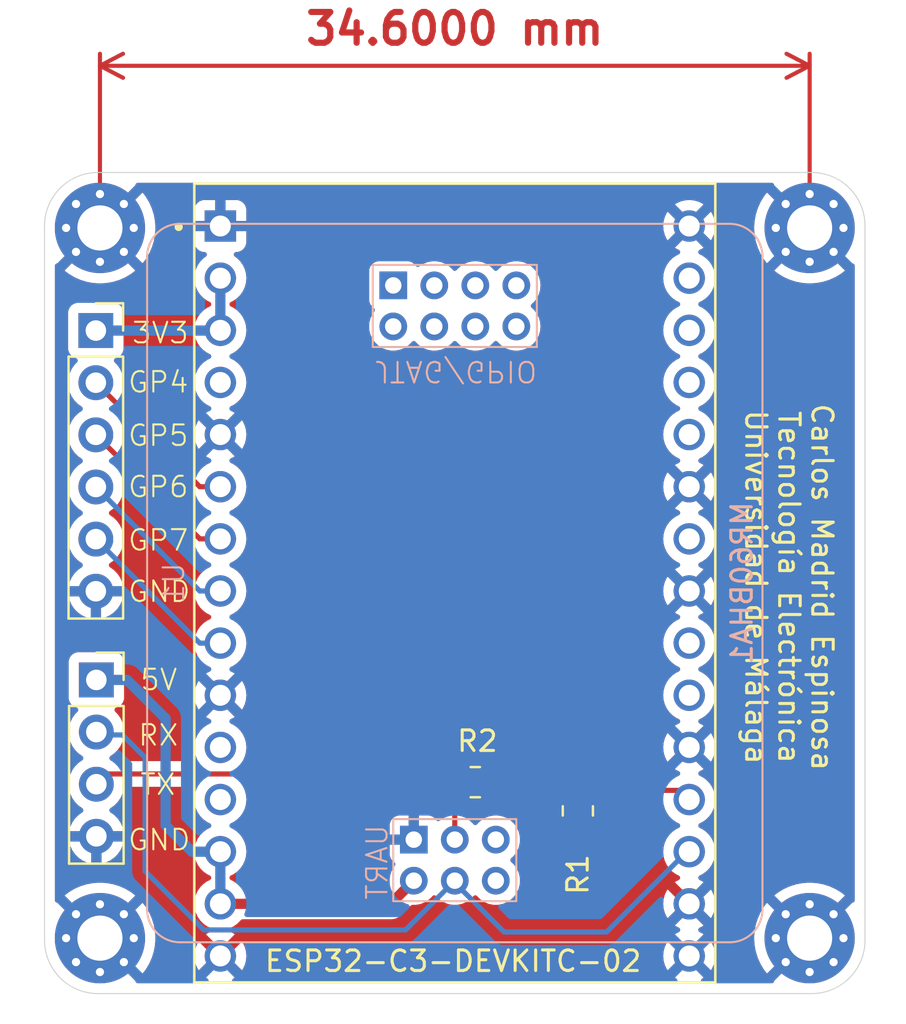
<source format=kicad_pcb>
(kicad_pcb (version 20240108) (generator "pcbnew") (generator_version "8.0")
  (title_block (title "Placa de circuito impreso") (date "2024-04-15") (rev "0.1.1") (company "Departamento de Tecnología Electrónica. Universidad de Málaga.") (comment 1 "Carlos Madrid Espinosa") (comment 2 "integrado en un robot asistencial") (comment 3 "Diseño de un sistema electrónico de evaluación biométrica no ivasivo") (comment 4 "ESP32C3 devkitC v2.0.  - MR60BHA1"))
  (layers (0 "F.Cu" signal) (31 "B.Cu" signal) (34 "B.Paste" user) (35 "F.Paste" user) (36 "B.SilkS" user "B.Silkscreen") (37 "F.SilkS" user "F.Silkscreen") (38 "B.Mask" user) (39 "F.Mask" user) (44 "Edge.Cuts" user))
  (net 0 "")
  (net 1 "/GPIO_5")
  (net 2 "GND")
  (net 3 "/RX_Sensor")
  (net 4 "+5V")
  (net 5 "/Tx_Sensor")
  (net 6 "Net-(J2-Pin_5)")
  (net 7 "Net-(J2-Pin_4)")
  (net 8 "Net-(J2-Pin_2)")
  (net 9 "+3V3")
  (net 11 "Net-(J2-Pin_3)")
  (net 12 "/GPIO_7")
  (net 16 "/GPIO_6")
  (net 29 "unconnected-(U2-GPIO0{slash}XTAL_32K_P-Pad29)")
  (net 31 "/GPIO_4")
  (net 32 "/RX_ESP")
  (net 34 "unconnected-(U2-GPIO20{slash}U0RXD-Pad22)")
  (footprint "Connector_PinSocket_2.54mm:PinSocket_1x04_P2.54mm_Vertical" (layer "F.Cu") (at 130.325 104.72)
    (property "Reference" "J1" (hide yes))
    (property "Value" "Conn_01x04")
    (fp_line (start -1.33 1.27) (end -1.33 8.95) (stroke (width 0.12)) (layer "F.SilkS"))
    (fp_line (start -1.33 1.27) (end 1.33 1.27) (stroke (width 0.12)) (layer "F.SilkS"))
    (fp_line (start -1.33 8.95) (end 1.33 8.95) (stroke (width 0.12)) (layer "F.SilkS"))
    (fp_line (start 0 -1.33) (end 1.33 -1.33) (stroke (width 0.12)) (layer "F.SilkS"))
    (fp_line (start 1.33 -1.33) (end 1.33 0) (stroke (width 0.12)) (layer "F.SilkS"))
    (fp_line (start 1.33 1.27) (end 1.33 8.95) (stroke (width 0.12)) (layer "F.SilkS"))
    (pad "1" thru_hole rect (at 0 0) (size 1.7 1.7) (drill 1) (layers "*.Cu" "*.Mask") (net 4 "+5V"))
    (pad "2" thru_hole oval (at 0 2.54) (size 1.7 1.7) (drill 1) (layers "*.Cu" "*.Mask") (net 3 "/RX_Sensor"))
    (pad "3" thru_hole oval (at 0 5.08) (size 1.7 1.7) (drill 1) (layers "*.Cu" "*.Mask") (net 5 "/Tx_Sensor"))
    (pad "4" thru_hole oval (at 0 7.62) (size 1.7 1.7) (drill 1) (layers "*.Cu" "*.Mask") (net 2 "GND"))
  )
  (footprint "MountingHole:MountingHole_2.2mm_M2_Pad_Via" (layer "F.Cu") (at 130.5 82.7)
    (property "Reference" "H1" (hide yes))
    (property "Value" "MountingHole_Pad" (hide yes))
    (pad "1" thru_hole circle (at -1.65 0) (size 0.7 0.7) (drill 0.4) (layers "*.Cu" "*.Mask") (net 2 "GND"))
    (pad "1" thru_hole circle (at -1.166726 -1.166726) (size 0.7 0.7) (drill 0.4) (layers "*.Cu" "*.Mask") (net 2 "GND"))
    (pad "1" thru_hole circle (at -1.166726 1.166726) (size 0.7 0.7) (drill 0.4) (layers "*.Cu" "*.Mask") (net 2 "GND"))
    (pad "1" thru_hole circle (at 0 -1.65) (size 0.7 0.7) (drill 0.4) (layers "*.Cu" "*.Mask") (net 2 "GND"))
    (pad "1" thru_hole circle (at 0 0) (size 4.4 4.4) (drill 2.2) (layers "*.Cu" "*.Mask") (net 2 "GND"))
    (pad "1" thru_hole circle (at 0 1.65) (size 0.7 0.7) (drill 0.4) (layers "*.Cu" "*.Mask") (net 2 "GND"))
    (pad "1" thru_hole circle (at 1.166726 -1.166726) (size 0.7 0.7) (drill 0.4) (layers "*.Cu" "*.Mask") (net 2 "GND"))
    (pad "1" thru_hole circle (at 1.166726 1.166726) (size 0.7 0.7) (drill 0.4) (layers "*.Cu" "*.Mask") (net 2 "GND"))
    (pad "1" thru_hole circle (at 1.65 0) (size 0.7 0.7) (drill 0.4) (layers "*.Cu" "*.Mask") (net 2 "GND"))
  )
  (footprint "Resistor_SMD:R_0805_2012Metric_Pad1.20x1.40mm_HandSolder" (layer "F.Cu") (at 153.8 111.1 90)
    (property "Reference" "R1" (at -3.1 0 -90) (layer "F.SilkS"))
    (property "Value" "20k")
    (fp_line (start -0.227064 -0.735) (end 0.227064 -0.735) (stroke (width 0.12)) (layer "F.SilkS"))
    (fp_line (start -0.227064 0.735) (end 0.227064 0.735) (stroke (width 0.12)) (layer "F.SilkS"))
    (pad "1" smd roundrect (at -1 0 90) (size 1.2 1.4) (layers "F.Cu" "F.Paste" "F.Mask") (roundrect_rratio 0.208333) (net 2 "GND"))
    (pad "2" smd roundrect (at 1 0 90) (size 1.2 1.4) (layers "F.Cu" "F.Paste" "F.Mask") (roundrect_rratio 0.208333) (net 32 "/RX_ESP"))
  )
  (footprint "Connector_PinSocket_2.54mm:PinSocket_1x06_P2.54mm_Vertical" (layer "F.Cu") (at 130.3 87.7)
    (property "Reference" "J2" (hide yes))
    (property "Value" "Conn_01x06")
    (fp_line (start -1.33 1.27) (end -1.33 14.03) (stroke (width 0.12)) (layer "F.SilkS"))
    (fp_line (start -1.33 1.27) (end 1.33 1.27) (stroke (width 0.12)) (layer "F.SilkS"))
    (fp_line (start -1.33 14.03) (end 1.33 14.03) (stroke (width 0.12)) (layer "F.SilkS"))
    (fp_line (start 0 -1.33) (end 1.33 -1.33) (stroke (width 0.12)) (layer "F.SilkS"))
    (fp_line (start 1.33 -1.33) (end 1.33 0) (stroke (width 0.12)) (layer "F.SilkS"))
    (fp_line (start 1.33 1.27) (end 1.33 14.03) (stroke (width 0.12)) (layer "F.SilkS"))
    (pad "1" thru_hole rect (at 0 0) (size 1.7 1.7) (drill 1) (layers "*.Cu" "*.Mask") (net 9 "+3V3"))
    (pad "2" thru_hole oval (at 0 2.54) (size 1.7 1.7) (drill 1) (layers "*.Cu" "*.Mask") (net 8 "Net-(J2-Pin_2)"))
    (pad "3" thru_hole oval (at 0 5.08) (size 1.7 1.7) (drill 1) (layers "*.Cu" "*.Mask") (net 11 "Net-(J2-Pin_3)"))
    (pad "4" thru_hole oval (at 0 7.62) (size 1.7 1.7) (drill 1) (layers "*.Cu" "*.Mask") (net 7 "Net-(J2-Pin_4)"))
    (pad "5" thru_hole oval (at 0 10.16) (size 1.7 1.7) (drill 1) (layers "*.Cu" "*.Mask") (net 6 "Net-(J2-Pin_5)"))
    (pad "6" thru_hole oval (at 0 12.7) (size 1.7 1.7) (drill 1) (layers "*.Cu" "*.Mask") (net 2 "GND"))
  )
  (footprint "MountingHole:MountingHole_2.2mm_M2_Pad_Via" (layer "F.Cu") (at 130.5 117.3)
    (property "Reference" "H3" (hide yes))
    (property "Value" "MountingHole_Pad" (hide yes))
    (pad "1" thru_hole circle (at -1.65 0) (size 0.7 0.7) (drill 0.4) (layers "*.Cu" "*.Mask") (net 2 "GND"))
    (pad "1" thru_hole circle (at -1.166726 -1.166726) (size 0.7 0.7) (drill 0.4) (layers "*.Cu" "*.Mask") (net 2 "GND"))
    (pad "1" thru_hole circle (at -1.166726 1.166726) (size 0.7 0.7) (drill 0.4) (layers "*.Cu" "*.Mask") (net 2 "GND"))
    (pad "1" thru_hole circle (at 0 -1.65) (size 0.7 0.7) (drill 0.4) (layers "*.Cu" "*.Mask") (net 2 "GND"))
    (pad "1" thru_hole circle (at 0 0) (size 4.4 4.4) (drill 2.2) (layers "*.Cu" "*.Mask") (net 2 "GND"))
    (pad "1" thru_hole circle (at 0 1.65) (size 0.7 0.7) (drill 0.4) (layers "*.Cu" "*.Mask") (net 2 "GND"))
    (pad "1" thru_hole circle (at 1.166726 -1.166726) (size 0.7 0.7) (drill 0.4) (layers "*.Cu" "*.Mask") (net 2 "GND"))
    (pad "1" thru_hole circle (at 1.166726 1.166726) (size 0.7 0.7) (drill 0.4) (layers "*.Cu" "*.Mask") (net 2 "GND"))
    (pad "1" thru_hole circle (at 1.65 0) (size 0.7 0.7) (drill 0.4) (layers "*.Cu" "*.Mask") (net 2 "GND"))
  )
  (footprint "ESP32-C3-DEVKITC-02:XCVR_ESP32-C3-DEVKITC-02" (layer "F.Cu") (at 147.8 100)
    (property "Reference" "U2" (hide yes))
    (property "Value" "ESP32-C3-DEVKITC-02" (at -0.082 18.42 0) (layer "F.SilkS"))
    (fp_line (start -12.7 -19.455) (end 12.7 -19.455) (stroke (width 0.127)) (layer "F.SilkS"))
    (fp_line (start -12.7 19.455) (end -12.7 -19.455) (stroke (width 0.127)) (layer "F.SilkS"))
    (fp_line (start 12.7 -19.455) (end 12.7 19.455) (stroke (width 0.127)) (layer "F.SilkS"))
    (fp_line (start 12.7 19.455) (end -12.7 19.455) (stroke (width 0.127)) (layer "F.SilkS"))
    (fp_circle (center -13.462 -17.347) (end -13.362 -17.347) (stroke (width 0.2)) (fill none) (layer "F.SilkS"))
    (pad "1" thru_hole rect (at -11.43 -17.3922) (size 1.53 1.53) (drill 1.02) (layers "*.Cu" "*.Mask") (net 2 "GND"))
    (pad "2" thru_hole circle (at -11.43 -14.8522) (size 1.53 1.53) (drill 1.02) (layers "*.Cu" "*.Mask") (net 9 "+3V3"))
    (pad "3" thru_hole circle (at -11.43 -12.3122) (size 1.53 1.53) (drill 1.02) (layers "*.Cu" "*.Mask") (net 9 "+3V3"))
    (pad "4" thru_hole circle (at -11.43 -9.7722) (size 1.53 1.53) (drill 1.02) (layers "*.Cu" "*.Mask"))
    (pad "5" thru_hole circle (at -11.43 -7.2322) (size 1.53 1.53) (drill 1.02) (layers "*.Cu" "*.Mask") (net 2 "GND"))
    (pad "6" thru_hole circle (at -11.43 -4.6922) (size 1.53 1.53) (drill 1.02) (layers "*.Cu" "*.Mask") (net 31 "/GPIO_4"))
    (pad "7" thru_hole circle (at -11.43 -2.1522) (size 1.53 1.53) (drill 1.02) (layers "*.Cu" "*.Mask") (net 1 "/GPIO_5"))
    (pad "8" thru_hole circle (at -11.43 0.3878) (size 1.53 1.53) (drill 1.02) (layers "*.Cu" "*.Mask") (net 16 "/GPIO_6"))
    (pad "9" thru_hole circle (at -11.43 2.9278) (size 1.53 1.53) (drill 1.02) (layers "*.Cu" "*.Mask") (net 12 "/GPIO_7"))
    (pad "10" thru_hole circle (at -11.43 5.4678) (size 1.53 1.53) (drill 1.02) (layers "*.Cu" "*.Mask") (net 2 "GND"))
    (pad "11" thru_hole circle (at -11.43 8.0078) (size 1.53 1.53) (drill 1.02) (layers "*.Cu" "*.Mask"))
    (pad "12" thru_hole circle (at -11.43 10.5478) (size 1.53 1.53) (drill 1.02) (layers "*.Cu" "*.Mask"))
    (pad "13" thru_hole circle (at -11.43 13.0878) (size 1.53 1.53) (drill 1.02) (layers "*.Cu" "*.Mask") (net 4 "+5V"))
    (pad "14" thru_hole circle (at -11.43 15.6278) (size 1.53 1.53) (drill 1.02) (layers "*.Cu" "*.Mask") (net 4 "+5V"))
    (pad "15" thru_hole circle (at -11.43 18.1678) (size 1.53 1.53) (drill 1.02) (layers "*.Cu" "*.Mask") (net 2 "GND"))
    (pad "16" thru_hole circle (at 11.43 18.1678) (size 1.53 1.53) (drill 1.02) (layers "*.Cu" "*.Mask") (net 2 "GND"))
    (pad "17" thru_hole circle (at 11.43 15.6278) (size 1.53 1.53) (drill 1.02) (layers "*.Cu" "*.Mask") (net 2 "GND"))
    (pad "18" thru_hole circle (at 11.43 13.0878) (size 1.53 1.53) (drill 1.02) (layers "*.Cu" "*.Mask") (net 3 "/RX_Sensor"))
    (pad "19" thru_hole circle (at 11.43 10.5478) (size 1.53 1.53) (drill 1.02) (layers "*.Cu" "*.Mask") (net 32 "/RX_ESP"))
    (pad "20" thru_hole circle (at 11.43 8.0078) (size 1.53 1.53) (drill 1.02) (layers "*.Cu" "*.Mask") (net 2 "GND"))
    (pad "21" thru_hole circle (at 11.43 5.4678) (size 1.53 1.53) (drill 1.02) (layers "*.Cu" "*.Mask"))
    (pad "22" thru_hole circle (at 11.43 2.9278) (size 1.53 1.53) (drill 1.02) (layers "*.Cu" "*.Mask") (net 34 "unconnected-(U2-GPIO20{slash}U0RXD-Pad22)"))
    (pad "23" thru_hole circle (at 11.43 0.3878) (size 1.53 1.53) (drill 1.02) (layers "*.Cu" "*.Mask") (net 2 "GND"))
    (pad "24" thru_hole circle (at 11.43 -2.1522) (size 1.53 1.53) (drill 1.02) (layers "*.Cu" "*.Mask"))
    (pad "25" thru_hole circle (at 11.43 -4.6922) (size 1.53 1.53) (drill 1.02) (layers "*.Cu" "*.Mask") (net 2 "GND"))
    (pad "26" thru_hole circle (at 11.43 -7.2322) (size 1.53 1.53) (drill 1.02) (layers "*.Cu" "*.Mask"))
    (pad "27" thru_hole circle (at 11.43 -9.7722) (size 1.53 1.53) (drill 1.02) (layers "*.Cu" "*.Mask"))
    (pad "28" thru_hole circle (at 11.43 -12.3122) (size 1.53 1.53) (drill 1.02) (layers "*.Cu" "*.Mask"))
    (pad "29" thru_hole circle (at 11.43 -14.8522) (size 1.53 1.53) (drill 1.02) (layers "*.Cu" "*.Mask") (net 29 "unconnected-(U2-GPIO0{slash}XTAL_32K_P-Pad29)"))
    (pad "30" thru_hole circle (at 11.43 -17.3922) (size 1.53 1.53) (drill 1.02) (layers "*.Cu" "*.Mask") (net 2 "GND"))
  )
  (footprint "MountingHole:MountingHole_2.2mm_M2_Pad_Via" (layer "F.Cu") (at 165.1 82.7)
    (property "Reference" "H2" (hide yes))
    (property "Value" "MountingHole_Pad" (hide yes))
    (pad "1" thru_hole circle (at -1.65 0) (size 0.7 0.7) (drill 0.4) (layers "*.Cu" "*.Mask") (net 2 "GND"))
    (pad "1" thru_hole circle (at -1.166726 -1.166726) (size 0.7 0.7) (drill 0.4) (layers "*.Cu" "*.Mask") (net 2 "GND"))
    (pad "1" thru_hole circle (at -1.166726 1.166726) (size 0.7 0.7) (drill 0.4) (layers "*.Cu" "*.Mask") (net 2 "GND"))
    (pad "1" thru_hole circle (at 0 -1.65) (size 0.7 0.7) (drill 0.4) (layers "*.Cu" "*.Mask") (net 2 "GND"))
    (pad "1" thru_hole circle (at 0 0) (size 4.4 4.4) (drill 2.2) (layers "*.Cu" "*.Mask") (net 2 "GND"))
    (pad "1" thru_hole circle (at 0 1.65) (size 0.7 0.7) (drill 0.4) (layers "*.Cu" "*.Mask") (net 2 "GND"))
    (pad "1" thru_hole circle (at 1.166726 -1.166726) (size 0.7 0.7) (drill 0.4) (layers "*.Cu" "*.Mask") (net 2 "GND"))
    (pad "1" thru_hole circle (at 1.166726 1.166726) (size 0.7 0.7) (drill 0.4) (layers "*.Cu" "*.Mask") (net 2 "GND"))
    (pad "1" thru_hole circle (at 1.65 0) (size 0.7 0.7) (drill 0.4) (layers "*.Cu" "*.Mask") (net 2 "GND"))
  )
  (footprint "Resistor_SMD:R_0805_2012Metric_Pad1.20x1.40mm_HandSolder" (layer "F.Cu") (at 148.8 109.7 180)
    (property "Reference" "R2" (at -0.1 2 180) (layer "F.SilkS"))
    (property "Value" "10k")
    (fp_line (start -0.227064 0.735) (end 0.227064 0.735) (stroke (width 0.12)) (layer "F.SilkS"))
    (fp_line (start -0.227064 -0.735) (end 0.227064 -0.735) (stroke (width 0.12)) (layer "F.SilkS"))
    (pad "1" smd roundrect (at -1 0 180) (size 1.2 1.4) (layers "F.Cu" "F.Paste" "F.Mask") (roundrect_rratio 0.208333) (net 32 "/RX_ESP"))
    (pad "2" smd roundrect (at 1 0 180) (size 1.2 1.4) (layers "F.Cu" "F.Paste" "F.Mask") (roundrect_rratio 0.208333) (net 5 "/Tx_Sensor"))
  )
  (footprint "MountingHole:MountingHole_2.2mm_M2_Pad_Via" (layer "F.Cu") (at 165.1 117.3)
    (property "Reference" "H4" (hide yes))
    (property "Value" "MountingHole_Pad" (hide yes))
    (pad "1" thru_hole circle (at -1.65 0) (size 0.7 0.7) (drill 0.4) (layers "*.Cu" "*.Mask") (net 2 "GND"))
    (pad "1" thru_hole circle (at -1.166726 -1.166726) (size 0.7 0.7) (drill 0.4) (layers "*.Cu" "*.Mask") (net 2 "GND"))
    (pad "1" thru_hole circle (at -1.166726 1.166726) (size 0.7 0.7) (drill 0.4) (layers "*.Cu" "*.Mask") (net 2 "GND"))
    (pad "1" thru_hole circle (at 0 -1.65) (size 0.7 0.7) (drill 0.4) (layers "*.Cu" "*.Mask") (net 2 "GND"))
    (pad "1" thru_hole circle (at 0 0) (size 4.4 4.4) (drill 2.2) (layers "*.Cu" "*.Mask") (net 2 "GND"))
    (pad "1" thru_hole circle (at 0 1.65) (size 0.7 0.7) (drill 0.4) (layers "*.Cu" "*.Mask") (net 2 "GND"))
    (pad "1" thru_hole circle (at 1.166726 -1.166726) (size 0.7 0.7) (drill 0.4) (layers "*.Cu" "*.Mask") (net 2 "GND"))
    (pad "1" thru_hole circle (at 1.166726 1.166726) (size 0.7 0.7) (drill 0.4) (layers "*.Cu" "*.Mask") (net 2 "GND"))
    (pad "1" thru_hole circle (at 1.65 0) (size 0.7 0.7) (drill 0.4) (layers "*.Cu" "*.Mask") (net 2 "GND"))
  )
  (footprint "MR60BHA1_footprints:MR60BHA1_MALE2x3_THT" (layer "B.Cu") (at 147.8 100 -90)
    (property "Reference" "U1" (at 0 13.7 90) (layer "B.SilkS") (effects (font (thickness 0.1)) (justify mirror)))
    (property "Value" "MR60BHA1" (at 0 -14 90) (layer "B.SilkS") (effects (justify mirror)))
    (fp_line (start 15.9 15) (end -15.9 15) (stroke (width 0.1)) (layer "B.SilkS"))
    (fp_line (start -17.5 13.4) (end -17.5 -13.4) (stroke (width 0.1)) (layer "B.SilkS"))
    (fp_line (start 17.5 13.4) (end 17.5 -13.4) (stroke (width 0.1)) (layer "B.SilkS"))
    (fp_line (start -15.5 4) (end -11.5 4) (stroke (width 0.1)) (layer "B.SilkS"))
    (fp_line (start -11.5 4) (end -11.5 0) (stroke (width 0.1)) (layer "B.SilkS"))
    (fp_line (start -11.5 0) (end -11.5 -4) (stroke (width 0.1)) (layer "B.SilkS"))
    (fp_line (start -15.5 -4) (end -15.5 4) (stroke (width 0.1)) (layer "B.SilkS"))
    (fp_line (start -11.5 -4) (end -15.5 -4) (stroke (width 0.1)) (layer "B.SilkS"))
    (fp_line (start 15.9 -15) (end -15.9 -15) (stroke (width 0.1)) (layer "B.SilkS"))
    (fp_rect (start 15.5 -3) (end 11.5 3) (stroke (width 0.1)) (fill none) (layer "B.SilkS"))
    (fp_arc (start -15.9 15) (mid -17.031371 14.531371) (end -17.5 13.4) (stroke (width 0.1)) (layer "B.SilkS"))
    (fp_arc (start 17.5 13.4) (mid 17.031371 14.531371) (end 15.9 15) (stroke (width 0.1)) (layer "B.SilkS"))
    (fp_arc (start -17.5 -13.4) (mid -17.031371 -14.531371) (end -15.9 -15) (stroke (width 0.1)) (layer "B.SilkS"))
    (fp_arc (start 15.9 -15) (mid 17.031371 -14.531371) (end 17.5 -13.4) (stroke (width 0.1)) (layer "B.SilkS"))
    (fp_text user "JTAG/GPIO" (at -10.9 4 180) (layer "B.SilkS") (effects (font (thickness 0.1)) (justify left bottom mirror)))
    (fp_text user "UART" (at 11.7 3.2 90) (layer "B.SilkS") (effects (font (thickness 0.1)) (justify left bottom mirror)))
    (pad "1" thru_hole rect (at 12.5 2 180) (size 1.35 1.35) (drill 0.8) (layers "*.Cu" "*.Mask") (net 2 "GND"))
    (pad "2" thru_hole oval (at 14.5 2 180) (size 1.35 1.35) (drill 0.8) (layers "*.Cu" "*.Mask") (net 4 "+5V"))
    (pad "3" thru_hole oval (at 12.5 0 180) (size 1.35 1.35) (drill 0.8) (layers "*.Cu" "*.Mask") (net 5 "/Tx_Sensor"))
    (pad "4" thru_hole oval (at 14.5 0 180) (size 1.35 1.35) (drill 0.8) (layers "*.Cu" "*.Mask") (net 3 "/RX_Sensor"))
    (pad "5" thru_hole oval (at 12.5 -2 180) (size 1.35 1.35) (drill 0.8) (layers "*.Cu" "*.Mask"))
    (pad "6" thru_hole oval (at 14.5 -2 180) (size 1.35 1.35) (drill 0.8) (layers "*.Cu" "*.Mask"))
    (pad "7" thru_hole rect (at -14.5 3 180) (size 1.35 1.35) (drill 0.8) (layers "*.Cu" "*.Mask"))
    (pad "8" thru_hole oval (at -12.5 3 180) (size 1.35 1.35) (drill 0.8) (layers "*.Cu" "*.Mask"))
    (pad "9" thru_hole oval (at -14.5 1 180) (size 1.35 1.35) (drill 0.8) (layers "*.Cu" "*.Mask"))
    (pad "10" thru_hole oval (at -12.5 1 180) (size 1.35 1.35) (drill 0.8) (layers "*.Cu" "*.Mask"))
    (pad "11" thru_hole oval (at -14.5 -1 180) (size 1.35 1.35) (drill 0.8) (layers "*.Cu" "*.Mask"))
    (pad "12" thru_hole oval (at -12.5 -1 180) (size 1.35 1.35) (drill 0.8) (layers "*.Cu" "*.Mask"))
    (pad "13" thru_hole oval (at -14.5 -3 180) (size 1.35 1.35) (drill 0.8) (layers "*.Cu" "*.Mask"))
    (pad "14" thru_hole oval (at -12.5 -3 180) (size 1.35 1.35) (drill 0.8) (layers "*.Cu" "*.Mask"))
  )
  (gr_arc (start 127.8 82.6) (mid 128.561522 80.761522) (end 130.4 80) (stroke (width 0.05)) (layer "Edge.Cuts"))
  (gr_arc (start 130.4 120) (mid 128.561522 119.238478) (end 127.8 117.4) (stroke (width 0.05)) (layer "Edge.Cuts"))
  (gr_line (start 130.4 120) (end 165.2 120) (stroke (width 0.05)) (layer "Edge.Cuts"))
  (gr_line (start 165.2 80) (end 130.4 80) (stroke (width 0.05)) (layer "Edge.Cuts"))
  (gr_arc (start 165.2 80) (mid 167.038478 80.761522) (end 167.8 82.6) (stroke (width 0.05)) (layer "Edge.Cuts"))
  (gr_line (start 127.8 82.6) (end 127.8 117.4) (stroke (width 0.05)) (layer "Edge.Cuts"))
  (gr_arc (start 167.8 117.4) (mid 167.038478 119.238478) (end 165.2 120) (stroke (width 0.05)) (layer "Edge.Cuts"))
  (gr_line (start 167.8 117.4) (end 167.8 82.6) (stroke (width 0.05)) (layer "Edge.Cuts"))
  (gr_text "GP6" (at 131.8 95.9 0) (layer "F.SilkS") (effects (font (size 1 1) (thickness 0.1)) (justify left bottom)))
  (gr_text "RX" (at 132.3 108 0) (layer "F.SilkS") (effects (font (size 1 1) (thickness 0.1)) (justify left bottom)))
  (gr_text "GP5" (at 131.8 93.4 0) (layer "F.SilkS") (effects (font (size 1 1) (thickness 0.1)) (justify left bottom)))
  (gr_text "GP4" (at 131.8 90.8 0) (layer "F.SilkS") (effects (font (size 1 1) (thickness 0.1)) (justify left bottom)))
  (gr_text "TX" (at 132.4 110.4 0) (layer "F.SilkS") (effects (font (size 1 1) (thickness 0.1)) (justify left bottom)))
  (gr_text "GND" (at 131.8 113.1 0) (layer "F.SilkS") (effects (font (size 1 1) (thickness 0.1)) (justify left bottom)))
  (gr_text "GND" (at 131.8 101 0) (layer "F.SilkS") (effects (font (size 1 1) (thickness 0.1)) (justify left bottom)))
  (gr_text "5V" (at 132.4 105.3 0) (layer "F.SilkS") (effects (font (size 1 1) (thickness 0.1)) (justify left bottom)))
  (gr_text "3V3" (at 132 88.4 0) (layer "F.SilkS") (effects (font (size 1 1) (thickness 0.1)) (justify left bottom)))
  (gr_text "GP7" (at 131.8 98.5 0) (layer "F.SilkS") (effects (font (size 1 1) (thickness 0.1)) (justify left bottom)))
  (gr_text "Carlos Madrid Espinosa\nTecnología Electrónica\nUniversidad de Málaga" (at 161.9 100.2 270) (layer "F.SilkS") (effects (font (size 1 1)) (justify bottom)))
  (dimension (type aligned) (layer "F.Cu") (pts (xy 130.5 82.7) (xy 165.1 82.7)) (height -7.9) (gr_text "34,6000 mm" (at 147.8 73 0) (layer "F.Cu") (effects (font (size 1.5 1.5) (thickness 0.3)))) (format (prefix "") (suffix "") (units 3) (units_format 1) (precision 4)) (style (thickness 0.2) (arrow_length 1.27) (text_position_mode 0) (extension_height 0.58642) (extension_offset 0.5) keep_text_aligned))
  (segment (start 131.6 107.4) (end 132.7 108.5) (width 0.25) (layer "B.Cu") (net 3))
  (segment (start 147.8 114.5) (end 147.8 114.6) (width 0.25) (layer "B.Cu") (net 3))
  (segment (start 147.8 114.6) (end 150.2 117) (width 0.25) (layer "B.Cu") (net 3))
  (segment (start 132.7 114.035002) (end 135.564998 116.9) (width 0.25) (layer "B.Cu") (net 3))
  (segment (start 135.564998 116.9) (end 145.4 116.9) (width 0.25) (layer "B.Cu") (net 3))
  (segment (start 145.4 116.9) (end 147.8 114.5) (width 0.25) (layer "B.Cu") (net 3))
  (segment (start 132.7 108.5) (end 132.7 114.035002) (width 0.25) (layer "B.Cu") (net 3))
  (segment (start 155.2 117) (end 159.1122 113.0878) (width 0.25) (layer "B.Cu") (net 3))
  (segment (start 130.7 107.4) (end 131.6 107.4) (width 0.25) (layer "B.Cu") (net 3))
  (segment (start 150.2 117) (end 155.2 117) (width 0.25) (layer "B.Cu") (net 3))
  (segment (start 159.1122 113.0878) (end 159.23 113.0878) (width 0.25) (layer "B.Cu") (net 3))
  (segment (start 144.6722 115.6278) (end 145.8 114.5) (width 0.5) (layer "F.Cu") (net 4))
  (segment (start 136.37 115.6278) (end 144.6722 115.6278) (width 0.5) (layer "F.Cu") (net 4))
  (segment (start 133.7 111.8) (end 134.9878 113.0878) (width 0.5) (layer "B.Cu") (net 4))
  (segment (start 133.7 106.6) (end 133.7 111.8) (width 0.5) (layer "B.Cu") (net 4))
  (segment (start 134.9878 113.0878) (end 136.37 113.0878) (width 0.5) (layer "B.Cu") (net 4))
  (segment (start 136.37 113.0878) (end 136.37 115.6278) (width 0.5) (layer "B.Cu") (net 4))
  (segment (start 130.325 104.72) (end 131.82 104.72) (width 0.5) (layer "B.Cu") (net 4))
  (segment (start 131.82 104.72) (end 133.7 106.6) (width 0.5) (layer "B.Cu") (net 4))
  (segment (start 147.8 109.9) (end 147.8 112.5) (width 0.25) (layer "F.Cu") (net 5))
  (segment (start 130.325 109.8) (end 130.325 109.775) (width 0.25) (layer "F.Cu") (net 5))
  (segment (start 147.2 109.3) (end 130.825 109.3) (width 0.25) (layer "F.Cu") (net 5))
  (segment (start 130.7 109.5) (end 130.7 109.94) (width 0.25) (layer "F.Cu") (net 5))
  (segment (start 130.825 109.3) (end 130.325 109.8) (width 0.25) (layer "F.Cu") (net 5))
  (segment (start 135.3678 102.9278) (end 136.37 102.9278) (width 0.25) (layer "B.Cu") (net 6))
  (segment (start 130.3 97.86) (end 135.3678 102.9278) (width 0.25) (layer "B.Cu") (net 6))
  (segment (start 135.3678 100.3878) (end 136.37 100.3878) (width 0.25) (layer "B.Cu") (net 7))
  (segment (start 130.3 95.32) (end 135.3678 100.3878) (width 0.25) (layer "B.Cu") (net 7))
  (segment (start 130.3 90.24) (end 135.3678 95.3078) (width 0.25) (layer "F.Cu") (net 8))
  (segment (start 135.3678 95.3078) (end 136.37 95.3078) (width 0.25) (layer "F.Cu") (net 8))
  (segment (start 136.3422 87.66) (end 136.37 87.6878) (width 0.5) (layer "F.Cu") (net 9))
  (segment (start 136.3578 87.7) (end 136.37 87.6878) (width 0.5) (layer "F.Cu") (net 9))
  (segment (start 136.37 85.1478) (end 136.37 87.6878) (width 0.5) (layer "B.Cu") (net 9))
  (segment (start 130.3 87.7) (end 136.3578 87.7) (width 0.5) (layer "B.Cu") (net 9))
  (segment (start 136.3578 87.7) (end 136.37 87.6878) (width 0.5) (layer "B.Cu") (net 9))
  (segment (start 135.3678 97.8478) (end 136.37 97.8478) (width 0.25) (layer "F.Cu") (net 11))
  (segment (start 130.3 92.78) (end 135.3678 97.8478) (width 0.25) (layer "F.Cu") (net 11))
  (segment (start 159.23 85.1478) (end 159.23 85.33) (width 0.25) (layer "F.Cu") (net 29))
  (segment (start 159.3 85.4) (end 159.23 85.33) (width 0.25) (layer "F.Cu") (net 29))
  (segment (start 158.8778 110.9) (end 159.23 110.5478) (width 0.25) (layer "F.Cu") (net 32))
  (segment (start 150.2 110.1) (end 149.8 109.7) (width 0.25) (layer "F.Cu") (net 32))
  (segment (start 153.8 110.1) (end 158.6778 110.1) (width 0.25) (layer "F.Cu") (net 32))
  (segment (start 159.23 110.33) (end 159.23 110.5478) (width 0.25) (layer "F.Cu") (net 32))
  (segment (start 153.8 110.1) (end 150 110.1) (width 0.25) (layer "F.Cu") (net 32))
  (segment (start 159.1478 110.5478) (end 159.23 110.5478) (width 0.25) (layer "F.Cu") (net 32))
  (segment (start 159.2022 102.9) (end 159.23 102.9278) (width 0.25) (layer "F.Cu") (net 34))
  (zone (net 2) (net_name "GND") (layers "F&B.Cu") (connect_pads (clearance 0.5)) (min_thickness 0.25) (fill yes (thermal_gap 0.5) (thermal_bridge_width 0.5))
    (polygon (pts (xy 125.8 78.5) (xy 169.8 78.5) (xy 169.8 121.5) (xy 125.8 121.5)))
  )
)
</source>
